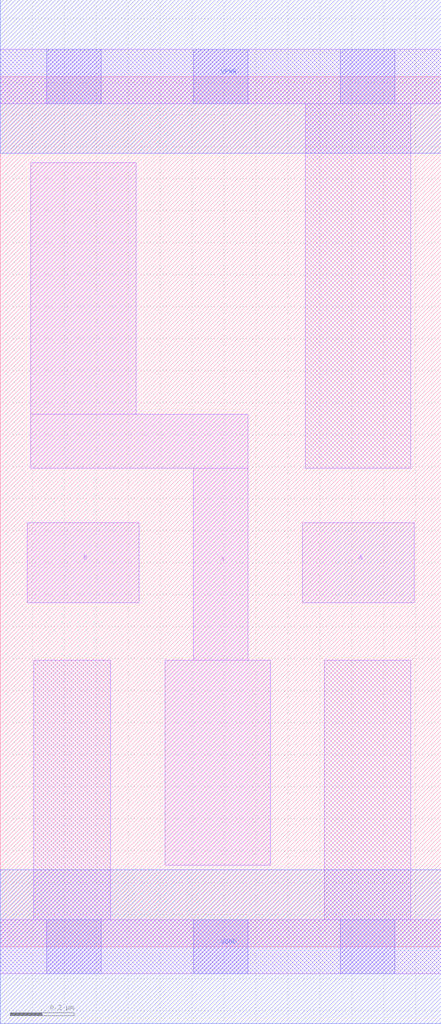
<source format=lef>
# Copyright 2020 The SkyWater PDK Authors
#
# Licensed under the Apache License, Version 2.0 (the "License");
# you may not use this file except in compliance with the License.
# You may obtain a copy of the License at
#
#     https://www.apache.org/licenses/LICENSE-2.0
#
# Unless required by applicable law or agreed to in writing, software
# distributed under the License is distributed on an "AS IS" BASIS,
# WITHOUT WARRANTIES OR CONDITIONS OF ANY KIND, either express or implied.
# See the License for the specific language governing permissions and
# limitations under the License.
#
# SPDX-License-Identifier: Apache-2.0

VERSION 5.7 ;
  NAMESCASESENSITIVE ON ;
  NOWIREEXTENSIONATPIN ON ;
  DIVIDERCHAR "/" ;
  BUSBITCHARS "[]" ;
UNITS
  DATABASE MICRONS 200 ;
END UNITS
MACRO sky130_fd_sc_hd__nor2_1
  CLASS CORE ;
  SOURCE USER ;
  FOREIGN sky130_fd_sc_hd__nor2_1 ;
  ORIGIN  0.000000  0.000000 ;
  SIZE  1.380000 BY  2.720000 ;
  SYMMETRY X Y R90 ;
  SITE unithd ;
  PIN A
    ANTENNAGATEAREA  0.247500 ;
    DIRECTION INPUT ;
    USE SIGNAL ;
    PORT
      LAYER li1 ;
        RECT 0.945000 1.075000 1.295000 1.325000 ;
    END
  END A
  PIN B
    ANTENNAGATEAREA  0.247500 ;
    DIRECTION INPUT ;
    USE SIGNAL ;
    PORT
      LAYER li1 ;
        RECT 0.085000 1.075000 0.435000 1.325000 ;
    END
  END B
  PIN Y
    ANTENNADIFFAREA  0.435500 ;
    DIRECTION OUTPUT ;
    USE SIGNAL ;
    PORT
      LAYER li1 ;
        RECT 0.095000 1.495000 0.775000 1.665000 ;
        RECT 0.095000 1.665000 0.425000 2.450000 ;
        RECT 0.515000 0.255000 0.845000 0.895000 ;
        RECT 0.605000 0.895000 0.775000 1.495000 ;
    END
  END Y
  PIN VGND
    DIRECTION INOUT ;
    SHAPE ABUTMENT ;
    USE GROUND ;
    PORT
      LAYER met1 ;
        RECT 0.000000 -0.240000 1.380000 0.240000 ;
    END
  END VGND
  PIN VPWR
    DIRECTION INOUT ;
    SHAPE ABUTMENT ;
    USE POWER ;
    PORT
      LAYER met1 ;
        RECT 0.000000 2.480000 1.380000 2.960000 ;
    END
  END VPWR
  OBS
    LAYER li1 ;
      RECT 0.000000 -0.085000 1.380000 0.085000 ;
      RECT 0.000000  2.635000 1.380000 2.805000 ;
      RECT 0.105000  0.085000 0.345000 0.895000 ;
      RECT 0.955000  1.495000 1.285000 2.635000 ;
      RECT 1.015000  0.085000 1.285000 0.895000 ;
    LAYER mcon ;
      RECT 0.145000 -0.085000 0.315000 0.085000 ;
      RECT 0.145000  2.635000 0.315000 2.805000 ;
      RECT 0.605000 -0.085000 0.775000 0.085000 ;
      RECT 0.605000  2.635000 0.775000 2.805000 ;
      RECT 1.065000 -0.085000 1.235000 0.085000 ;
      RECT 1.065000  2.635000 1.235000 2.805000 ;
  END
END sky130_fd_sc_hd__nor2_1
END LIBRARY

</source>
